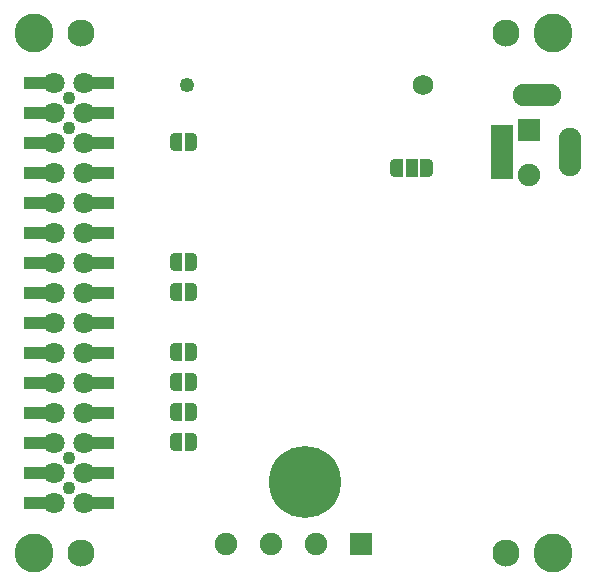
<source format=gbr>
%TF.GenerationSoftware,KiCad,Pcbnew,7.0.5-0*%
%TF.CreationDate,2023-07-13T17:44:08+01:00*%
%TF.ProjectId,M5-Notecard,4d352d4e-6f74-4656-9361-72642e6b6963,V01L04*%
%TF.SameCoordinates,Original*%
%TF.FileFunction,Soldermask,Bot*%
%TF.FilePolarity,Negative*%
%FSLAX46Y46*%
G04 Gerber Fmt 4.6, Leading zero omitted, Abs format (unit mm)*
G04 Created by KiCad (PCBNEW 7.0.5-0) date 2023-07-13 17:44:08*
%MOMM*%
%LPD*%
G01*
G04 APERTURE LIST*
G04 Aperture macros list*
%AMRoundRect*
0 Rectangle with rounded corners*
0 $1 Rounding radius*
0 $2 $3 $4 $5 $6 $7 $8 $9 X,Y pos of 4 corners*
0 Add a 4 corners polygon primitive as box body*
4,1,4,$2,$3,$4,$5,$6,$7,$8,$9,$2,$3,0*
0 Add four circle primitives for the rounded corners*
1,1,$1+$1,$2,$3*
1,1,$1+$1,$4,$5*
1,1,$1+$1,$6,$7*
1,1,$1+$1,$8,$9*
0 Add four rect primitives between the rounded corners*
20,1,$1+$1,$2,$3,$4,$5,0*
20,1,$1+$1,$4,$5,$6,$7,0*
20,1,$1+$1,$6,$7,$8,$9,0*
20,1,$1+$1,$8,$9,$2,$3,0*%
%AMFreePoly0*
4,1,13,0.535355,0.535355,0.550000,0.500000,0.550000,-0.500000,0.535355,-0.535355,0.500000,-0.550000,-2.500000,-0.550000,-2.535355,-0.535355,-2.550000,-0.500000,-2.550000,0.500000,-2.535355,0.535355,-2.500000,0.550000,0.500000,0.550000,0.535355,0.535355,0.535355,0.535355,$1*%
%AMFreePoly1*
4,1,35,0.535355,0.785355,0.550000,0.750000,0.550000,-0.750000,0.535355,-0.785355,0.500000,-0.800000,0.000000,-0.800000,-0.012286,-0.794911,-0.071157,-0.794911,-0.085244,-0.792886,-0.221795,-0.752791,-0.234740,-0.746879,-0.354462,-0.669938,-0.365217,-0.660618,-0.458414,-0.553063,-0.466109,-0.541091,-0.525228,-0.411637,-0.529237,-0.397982,-0.549491,-0.257116,-0.550000,-0.250000,-0.550000,0.250000,
-0.549491,0.257116,-0.529237,0.397982,-0.525228,0.411637,-0.466109,0.541091,-0.458414,0.553063,-0.365217,0.660618,-0.354462,0.669938,-0.234740,0.746879,-0.221795,0.752791,-0.085244,0.792886,-0.071157,0.794911,-0.012286,0.794911,0.000000,0.800000,0.500000,0.800000,0.535355,0.785355,0.535355,0.785355,$1*%
%AMFreePoly2*
4,1,35,0.012286,0.794911,0.071157,0.794911,0.085244,0.792886,0.221795,0.752791,0.234740,0.746879,0.354462,0.669938,0.365217,0.660618,0.458414,0.553063,0.466109,0.541091,0.525228,0.411637,0.529237,0.397982,0.549491,0.257116,0.550000,0.250000,0.550000,-0.250000,0.549491,-0.257116,0.529237,-0.397982,0.525228,-0.411637,0.466109,-0.541091,0.458414,-0.553063,0.365217,-0.660618,
0.354462,-0.669938,0.234740,-0.746879,0.221795,-0.752791,0.085244,-0.792886,0.071157,-0.794911,0.012286,-0.794911,0.000000,-0.800000,-0.500000,-0.800000,-0.535355,-0.785355,-0.550000,-0.750000,-0.550000,0.750000,-0.535355,0.785355,-0.500000,0.800000,0.000000,0.800000,0.012286,0.794911,0.012286,0.794911,$1*%
%AMFreePoly3*
4,1,35,0.012286,0.794911,0.071157,0.794911,0.085244,0.792886,0.221795,0.752791,0.234740,0.746879,0.354462,0.669938,0.365217,0.660618,0.458414,0.553063,0.466109,0.541091,0.525228,0.411637,0.529237,0.397982,0.549491,0.257116,0.550000,0.250000,0.550000,-0.250000,0.549491,-0.257116,0.529237,-0.397982,0.525228,-0.411637,0.466109,-0.541091,0.458414,-0.553063,0.365217,-0.660618,
0.354462,-0.669938,0.234740,-0.746879,0.221795,-0.752791,0.085244,-0.792886,0.071157,-0.794911,0.012286,-0.794911,0.000000,-0.800000,-0.550000,-0.800000,-0.585355,-0.785355,-0.600000,-0.750000,-0.600000,0.750000,-0.585355,0.785355,-0.550000,0.800000,0.000000,0.800000,0.012286,0.794911,0.012286,0.794911,$1*%
%AMFreePoly4*
4,1,35,0.585355,0.785355,0.600000,0.750000,0.600000,-0.750000,0.585355,-0.785355,0.550000,-0.800000,0.000000,-0.800000,-0.012286,-0.794911,-0.071157,-0.794911,-0.085244,-0.792886,-0.221795,-0.752791,-0.234740,-0.746879,-0.354462,-0.669938,-0.365217,-0.660618,-0.458414,-0.553063,-0.466109,-0.541091,-0.525228,-0.411637,-0.529237,-0.397982,-0.549491,-0.257116,-0.550000,-0.250000,-0.550000,0.250000,
-0.549491,0.257116,-0.529237,0.397982,-0.525228,0.411637,-0.466109,0.541091,-0.458414,0.553063,-0.365217,0.660618,-0.354462,0.669938,-0.234740,0.746879,-0.221795,0.752791,-0.085244,0.792886,-0.071157,0.794911,-0.012286,0.794911,0.000000,0.800000,0.550000,0.800000,0.585355,0.785355,0.585355,0.785355,$1*%
G04 Aperture macros list end*
%ADD10RoundRect,0.050000X-0.900000X0.900000X-0.900000X-0.900000X0.900000X-0.900000X0.900000X0.900000X0*%
%ADD11C,1.900000*%
%ADD12RoundRect,0.050000X0.900000X-2.200000X0.900000X2.200000X-0.900000X2.200000X-0.900000X-2.200000X0*%
%ADD13O,1.900000X4.100000*%
%ADD14O,4.100000X1.900000*%
%ADD15RoundRect,0.050000X0.900000X0.900000X-0.900000X0.900000X-0.900000X-0.900000X0.900000X-0.900000X0*%
%ADD16C,2.300000*%
%ADD17C,1.800000*%
%ADD18FreePoly0,0.000000*%
%ADD19FreePoly0,180.000000*%
%ADD20C,1.100000*%
%ADD21FreePoly1,0.000000*%
%ADD22FreePoly2,0.000000*%
%ADD23FreePoly3,0.000000*%
%ADD24RoundRect,0.050000X-0.500000X-0.750000X0.500000X-0.750000X0.500000X0.750000X-0.500000X0.750000X0*%
%ADD25FreePoly4,0.000000*%
%ADD26C,1.250000*%
%ADD27C,1.750000*%
%ADD28C,3.300000*%
%ADD29C,6.100000*%
G04 APERTURE END LIST*
D10*
%TO.C,J6*%
X-13287888Y-11214000D03*
D11*
X-13287888Y-15024000D03*
%TD*%
D12*
%TO.C,J5*%
X-15573888Y-13084000D03*
D13*
X-9773888Y-13084000D03*
D14*
X-12573888Y-8284000D03*
%TD*%
D15*
%TO.C,J7*%
X-27477888Y-46300000D03*
D11*
X-31287888Y-46300000D03*
X-35097888Y-46300000D03*
X-38907888Y-46300000D03*
%TD*%
D16*
%TO.C,H8*%
X-51207888Y-47000000D03*
%TD*%
%TO.C,H7*%
X-15207888Y-47000000D03*
%TD*%
%TO.C,H6*%
X-15207888Y-3000000D03*
%TD*%
%TO.C,H5*%
X-51207888Y-3000000D03*
%TD*%
D17*
%TO.C,J1*%
X-53477888Y-42780000D03*
D18*
X-53477888Y-42780000D03*
D17*
X-50937888Y-42780000D03*
D19*
X-50937888Y-42780000D03*
D17*
X-53477888Y-40240000D03*
D18*
X-53477888Y-40240000D03*
D17*
X-50937888Y-40240000D03*
D19*
X-50937888Y-40240000D03*
D17*
X-53477888Y-37700000D03*
D18*
X-53477888Y-37700000D03*
D17*
X-50937888Y-37700000D03*
D19*
X-50937888Y-37700000D03*
D17*
X-53477888Y-35160000D03*
D18*
X-53477888Y-35160000D03*
D17*
X-50937888Y-35160000D03*
D19*
X-50937888Y-35160000D03*
D17*
X-53477888Y-32620000D03*
D18*
X-53477888Y-32620000D03*
D17*
X-50937888Y-32620000D03*
D19*
X-50937888Y-32620000D03*
D17*
X-53477888Y-30080000D03*
D18*
X-53477888Y-30080000D03*
D17*
X-50937888Y-30080000D03*
D19*
X-50937888Y-30080000D03*
D17*
X-53477888Y-27540000D03*
D18*
X-53477888Y-27540000D03*
D17*
X-50937888Y-27540000D03*
D19*
X-50937888Y-27540000D03*
D17*
X-53477888Y-25000000D03*
D18*
X-53477888Y-25000000D03*
D17*
X-50937888Y-25000000D03*
D19*
X-50937888Y-25000000D03*
D17*
X-53477888Y-22460000D03*
D18*
X-53477888Y-22460000D03*
D17*
X-50937888Y-22460000D03*
D19*
X-50937888Y-22460000D03*
D17*
X-53477888Y-19920000D03*
D18*
X-53477888Y-19920000D03*
D17*
X-50937888Y-19920000D03*
D19*
X-50937888Y-19920000D03*
D17*
X-53477888Y-17380000D03*
D18*
X-53477888Y-17380000D03*
D17*
X-50937888Y-17380000D03*
D19*
X-50937888Y-17380000D03*
D17*
X-53477888Y-14840000D03*
D18*
X-53477888Y-14840000D03*
D17*
X-50937888Y-14840000D03*
D19*
X-50937888Y-14840000D03*
D17*
X-53477888Y-12300000D03*
D18*
X-53477888Y-12300000D03*
D17*
X-50937888Y-12300000D03*
D19*
X-50937888Y-12300000D03*
D17*
X-53477888Y-9760000D03*
D18*
X-53477888Y-9760000D03*
D17*
X-50937888Y-9760000D03*
D19*
X-50937888Y-9760000D03*
D17*
X-53477888Y-7220000D03*
D18*
X-53477888Y-7220000D03*
D17*
X-50937888Y-7220000D03*
D19*
X-50937888Y-7220000D03*
D20*
X-52207888Y-41510000D03*
X-52207888Y-38970000D03*
X-52207888Y-11030000D03*
X-52207888Y-8490000D03*
%TD*%
D21*
%TO.C,JP7*%
X-43147888Y-12230000D03*
D22*
X-41847888Y-12230000D03*
%TD*%
D21*
%TO.C,JP6*%
X-43147888Y-35090000D03*
D22*
X-41847888Y-35090000D03*
%TD*%
%TO.C,JP4*%
X-41847888Y-30010000D03*
D21*
X-43147888Y-30010000D03*
%TD*%
%TO.C,JP3*%
X-43147888Y-22390000D03*
D22*
X-41847888Y-22390000D03*
%TD*%
D21*
%TO.C,JP2*%
X-43147888Y-32550000D03*
D22*
X-41847888Y-32550000D03*
%TD*%
D21*
%TO.C,JP1*%
X-43147888Y-24930000D03*
D22*
X-41847888Y-24930000D03*
%TD*%
D23*
%TO.C,JP5*%
X-21893888Y-14478000D03*
D24*
X-23193888Y-14478000D03*
D25*
X-24493888Y-14478000D03*
%TD*%
D26*
%TO.C,J2*%
X-42207888Y-7374100D03*
D27*
X-22207888Y-7374100D03*
%TD*%
D28*
%TO.C,H1*%
X-55207888Y-3000000D03*
%TD*%
%TO.C,H2*%
X-11207888Y-3000000D03*
%TD*%
%TO.C,H3*%
X-11207888Y-47000000D03*
%TD*%
%TO.C,H4*%
X-55207888Y-47000000D03*
%TD*%
D29*
%TO.C,MP1*%
X-32207888Y-41000000D03*
%TD*%
D21*
%TO.C,JP8*%
X-43147888Y-37630000D03*
D22*
X-41847888Y-37630000D03*
%TD*%
M02*

</source>
